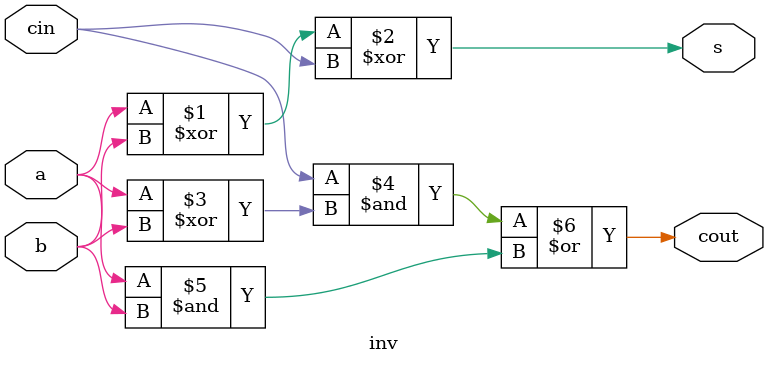
<source format=v>
`timescale 1ns / 1ps

module inv(
    input a,
    input b,
    input cin,
    output s,
    output cout
);
    
assign s = (a^b)^cin;
assign cout = ( cin & (a^b))|(a&b);
endmodule
</source>
